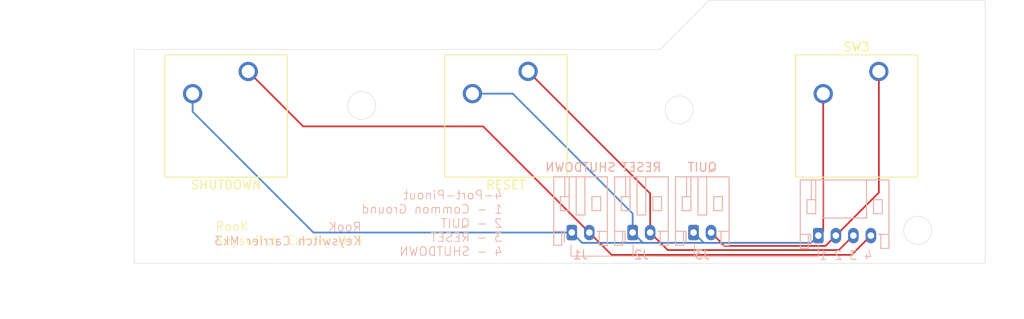
<source format=kicad_pcb>
(kicad_pcb (version 20240108) (generator "pcbnew") (generator_version "8.0")
  (layers (0 "F.Cu" signal) (31 "B.Cu" signal) (34 "B.Paste" user) (35 "F.Paste" user) (36 "B.SilkS" user "B.Silkscreen") (37 "F.SilkS" user "F.Silkscreen") (38 "B.Mask" user) (39 "F.Mask" user) (44 "Edge.Cuts" user))
  (net 0 "")
  (net 1 "Net-(J1-Pin_2)")
  (net 2 "Net-(J1-Pin_1)")
  (net 3 "Net-(J2-Pin_2)")
  (net 4 "Net-(J3-Pin_2)")
  (footprint "Button_Switch_Keyboard:SW_Cherry_MX_1.00u_PCB" (layer "F.Cu") (at 141.258833 66.598961)
    (property "Reference" "SW2" (hide yes))
    (property "Value" "RESET" (at -2.54 12.954 0) (layer "F.SilkS"))
    (fp_line (start -9.525 -1.905) (end 4.445 -1.905) (stroke (width 0.12)) (layer "F.SilkS"))
    (fp_line (start -9.525 12.065) (end -9.525 -1.905) (stroke (width 0.12)) (layer "F.SilkS"))
    (fp_line (start 4.445 -1.905) (end 4.445 12.065) (stroke (width 0.12)) (layer "F.SilkS"))
    (fp_line (start 4.445 12.065) (end -9.525 12.065) (stroke (width 0.12)) (layer "F.SilkS"))
    (pad "" np_thru_hole circle (at -7.62 5.08) (size 1.7 1.7) (drill 1.7) (layers "*.Cu" "*.Mask"))
    (pad "" np_thru_hole circle (at -2.54 5.08) (size 4 4) (drill 4) (layers "*.Cu" "*.Mask"))
    (pad "" np_thru_hole circle (at 2.54 5.08) (size 1.7 1.7) (drill 1.7) (layers "*.Cu" "*.Mask"))
    (pad "1" thru_hole circle (at 0 0) (size 2.2 2.2) (drill 1.5) (layers "*.Cu" "*.Mask") (net 3 "Net-(J2-Pin_2)"))
    (pad "2" thru_hole circle (at -6.35 2.54) (size 2.2 2.2) (drill 1.5) (layers "*.Cu" "*.Mask") (net 2 "Net-(J1-Pin_1)"))
  )
  (footprint "Button_Switch_Keyboard:SW_Cherry_MX_2.00u_PCB" (layer "F.Cu") (at 181.30883 66.60896)
    (property "Reference" "SW3" (at -2.54 -2.794 0) (layer "F.SilkS"))
    (property "Value" "QUIT")
    (fp_line (start -9.525 -1.905) (end 4.445 -1.905) (stroke (width 0.12)) (layer "F.SilkS"))
    (fp_line (start -9.525 12.065) (end -9.525 -1.905) (stroke (width 0.12)) (layer "F.SilkS"))
    (fp_line (start 4.445 -1.905) (end 4.445 12.065) (stroke (width 0.12)) (layer "F.SilkS"))
    (fp_line (start 4.445 12.065) (end -9.525 12.065) (stroke (width 0.12)) (layer "F.SilkS"))
    (pad "" np_thru_hole circle (at -14.44 -1.92) (size 3.05 3.05) (drill 3.05) (layers "*.Cu" "*.Mask"))
    (pad "" np_thru_hole circle (at -14.44 13.32) (size 4 4) (drill 4) (layers "*.Cu" "*.Mask"))
    (pad "" np_thru_hole circle (at -7.62 5.08) (size 1.7 1.7) (drill 1.7) (layers "*.Cu" "*.Mask"))
    (pad "" np_thru_hole circle (at -2.54 5.08) (size 4 4) (drill 4) (layers "*.Cu" "*.Mask"))
    (pad "" np_thru_hole circle (at 2.54 5.08) (size 1.7 1.7) (drill 1.7) (layers "*.Cu" "*.Mask"))
    (pad "" np_thru_hole circle (at 9.36 -1.92) (size 3.05 3.05) (drill 3.05) (layers "*.Cu" "*.Mask"))
    (pad "" np_thru_hole circle (at 9.36 13.32) (size 4 4) (drill 4) (layers "*.Cu" "*.Mask"))
    (pad "1" thru_hole circle (at 0 0) (size 2.2 2.2) (drill 1.5) (layers "*.Cu" "*.Mask") (net 4 "Net-(J3-Pin_2)"))
    (pad "2" thru_hole circle (at -6.35 2.54) (size 2.2 2.2) (drill 1.5) (layers "*.Cu" "*.Mask") (net 2 "Net-(J1-Pin_1)"))
  )
  (footprint "Button_Switch_Keyboard:SW_Cherry_MX_1.00u_PCB" (layer "F.Cu") (at 109.308834 66.60896)
    (property "Reference" "SW1" (hide yes))
    (property "Value" "SHUTDOWN" (at -2.54 12.954 0) (layer "F.SilkS"))
    (fp_line (start -9.525 -1.905) (end 4.445 -1.905) (stroke (width 0.12)) (layer "F.SilkS"))
    (fp_line (start -9.525 12.065) (end -9.525 -1.905) (stroke (width 0.12)) (layer "F.SilkS"))
    (fp_line (start 4.445 -1.905) (end 4.445 12.065) (stroke (width 0.12)) (layer "F.SilkS"))
    (fp_line (start 4.445 12.065) (end -9.525 12.065) (stroke (width 0.12)) (layer "F.SilkS"))
    (pad "" np_thru_hole circle (at -7.62 5.08) (size 1.7 1.7) (drill 1.7) (layers "*.Cu" "*.Mask"))
    (pad "" np_thru_hole circle (at -2.54 5.08) (size 4 4) (drill 4) (layers "*.Cu" "*.Mask"))
    (pad "" np_thru_hole circle (at 2.54 5.08) (size 1.7 1.7) (drill 1.7) (layers "*.Cu" "*.Mask"))
    (pad "1" thru_hole circle (at 0 0) (size 2.2 2.2) (drill 1.5) (layers "*.Cu" "*.Mask") (net 1 "Net-(J1-Pin_2)"))
    (pad "2" thru_hole circle (at -6.35 2.54) (size 2.2 2.2) (drill 1.5) (layers "*.Cu" "*.Mask") (net 2 "Net-(J1-Pin_1)"))
  )
  (footprint "Connector_JST:JST_PH_S4B-PH-K_1x04_P2.00mm_Horizontal" (layer "B.Cu") (at 174.4 85.35)
    (property "Reference" "J4" (hide yes))
    (property "Value" "Conn_01x04_Socket")
    (fp_line (start -2.06 -6.36) (end -2.06 1.46) (stroke (width 0.12)) (layer "B.SilkS"))
    (fp_line (start -2.06 1.46) (end -1.14 1.46) (stroke (width 0.12)) (layer "B.SilkS"))
    (fp_line (start -1.3 -4.1) (end -1.3 -2.5) (stroke (width 0.12)) (layer "B.SilkS"))
    (fp_line (start -1.3 -2.5) (end -0.3 -2.5) (stroke (width 0.12)) (layer "B.SilkS"))
    (fp_line (start -1.14 -0.14) (end -2.06 -0.14) (stroke (width 0.12)) (layer "B.SilkS"))
    (fp_line (start -1.14 -0.14) (end -0.86 -0.14) (stroke (width 0.12)) (layer "B.SilkS"))
    (fp_line (start -1.14 1.46) (end -1.14 -0.14) (stroke (width 0.12)) (layer "B.SilkS"))
    (fp_line (start -0.86 1.075) (end -0.86 -0.14) (stroke (width 0.12)) (layer "B.SilkS"))
    (fp_line (start -0.8 -6.36) (end -0.8 -4.1) (stroke (width 0.12)) (layer "B.SilkS"))
    (fp_line (start -0.3 -6.36) (end -0.3 -4.1) (stroke (width 0.12)) (layer "B.SilkS"))
    (fp_line (start -0.3 -4.1) (end -1.3 -4.1) (stroke (width 0.12)) (layer "B.SilkS"))
    (fp_line (start -0.3 -2.5) (end -0.3 -4.1) (stroke (width 0.12)) (layer "B.SilkS"))
    (fp_line (start 0.5 -2) (end 0.5 -6.36) (stroke (width 0.12)) (layer "B.SilkS"))
    (fp_line (start 5.5 -6.36) (end 5.5 -2) (stroke (width 0.12)) (layer "B.SilkS"))
    (fp_line (start 5.5 -2) (end 0.5 -2) (stroke (width 0.12)) (layer "B.SilkS"))
    (fp_line (start 6.3 -4.1) (end 7.3 -4.1) (stroke (width 0.12)) (layer "B.SilkS"))
    (fp_line (start 6.3 -2.5) (end 6.3 -4.1) (stroke (width 0.12)) (layer "B.SilkS"))
    (fp_line (start 6.86 -0.14) (end 7.14 -0.14) (stroke (width 0.12)) (layer "B.SilkS"))
    (fp_line (start 7.14 -0.14) (end 7.14 1.46) (stroke (width 0.12)) (layer "B.SilkS"))
    (fp_line (start 7.14 -0.14) (end 8.06 -0.14) (stroke (width 0.12)) (layer "B.SilkS"))
    (fp_line (start 7.14 1.46) (end 8.06 1.46) (stroke (width 0.12)) (layer "B.SilkS"))
    (fp_line (start 7.3 -4.1) (end 7.3 -2.5) (stroke (width 0.12)) (layer "B.SilkS"))
    (fp_line (start 7.3 -2.5) (end 6.3 -2.5) (stroke (width 0.12)) (layer "B.SilkS"))
    (fp_line (start 8.06 -6.36) (end -2.06 -6.36) (stroke (width 0.12)) (layer "B.SilkS"))
    (fp_line (start 8.06 1.46) (end 8.06 -6.36) (stroke (width 0.12)) (layer "B.SilkS"))
    (pad "1" thru_hole roundrect (at 0 0) (size 1.2 1.75) (drill 0.75) (layers "*.Cu" "*.Mask") (roundrect_rratio 0.208333) (net 2 "Net-(J1-Pin_1)"))
    (pad "2" thru_hole oval (at 2 0) (size 1.2 1.75) (drill 0.75) (layers "*.Cu" "*.Mask") (net 4 "Net-(J3-Pin_2)"))
    (pad "3" thru_hole oval (at 4 0) (size 1.2 1.75) (drill 0.75) (layers "*.Cu" "*.Mask") (net 3 "Net-(J2-Pin_2)"))
    (pad "4" thru_hole oval (at 6 0) (size 1.2 1.75) (drill 0.75) (layers "*.Cu" "*.Mask") (net 1 "Net-(J1-Pin_2)"))
  )
  (footprint "Connector_JST:JST_PH_S2B-PH-K_1x02_P2.00mm_Horizontal" (layer "B.Cu") (at 146.25 85)
    (property "Reference" "J1" (at 1 2.55 0) (layer "B.SilkS") (effects (justify mirror)))
    (property "Value" "SHUTDOWN" (at 1 -7.45 0) (layer "B.SilkS") (effects (justify mirror)))
    (fp_line (start -2.06 -6.36) (end -2.06 1.46) (stroke (width 0.12)) (layer "B.SilkS"))
    (fp_line (start -2.06 1.46) (end -1.14 1.46) (stroke (width 0.12)) (layer "B.SilkS"))
    (fp_line (start -1.3 -4.1) (end -1.3 -2.5) (stroke (width 0.12)) (layer "B.SilkS"))
    (fp_line (start -1.3 -2.5) (end -0.3 -2.5) (stroke (width 0.12)) (layer "B.SilkS"))
    (fp_line (start -1.14 -0.14) (end -2.06 -0.14) (stroke (width 0.12)) (layer "B.SilkS"))
    (fp_line (start -1.14 -0.14) (end -0.86 -0.14) (stroke (width 0.12)) (layer "B.SilkS"))
    (fp_line (start -1.14 1.46) (end -1.14 -0.14) (stroke (width 0.12)) (layer "B.SilkS"))
    (fp_line (start -0.86 1.075) (end -0.86 -0.14) (stroke (width 0.12)) (layer "B.SilkS"))
    (fp_line (start -0.8 -6.36) (end -0.8 -4.1) (stroke (width 0.12)) (layer "B.SilkS"))
    (fp_line (start -0.3 -6.36) (end -0.3 -4.1) (stroke (width 0.12)) (layer "B.SilkS"))
    (fp_line (start -0.3 -4.1) (end -1.3 -4.1) (stroke (width 0.12)) (layer "B.SilkS"))
    (fp_line (start -0.3 -2.5) (end -0.3 -4.1) (stroke (width 0.12)) (layer "B.SilkS"))
    (fp_line (start 0.5 -2) (end 0.5 -6.36) (stroke (width 0.12)) (layer "B.SilkS"))
    (fp_line (start 1.5 -6.36) (end 1.5 -2) (stroke (width 0.12)) (layer "B.SilkS"))
    (fp_line (start 1.5 -2) (end 0.5 -2) (stroke (width 0.12)) (layer "B.SilkS"))
    (fp_line (start 2.3 -4.1) (end 3.3 -4.1) (stroke (width 0.12)) (layer "B.SilkS"))
    (fp_line (start 2.3 -2.5) (end 2.3 -4.1) (stroke (width 0.12)) (layer "B.SilkS"))
    (fp_line (start 2.86 -0.14) (end 3.14 -0.14) (stroke (width 0.12)) (layer "B.SilkS"))
    (fp_line (start 3.14 -0.14) (end 3.14 1.46) (stroke (width 0.12)) (layer "B.SilkS"))
    (fp_line (start 3.14 -0.14) (end 4.06 -0.14) (stroke (width 0.12)) (layer "B.SilkS"))
    (fp_line (start 3.14 1.46) (end 4.06 1.46) (stroke (width 0.12)) (layer "B.SilkS"))
    (fp_line (start 3.3 -4.1) (end 3.3 -2.5) (stroke (width 0.12)) (layer "B.SilkS"))
    (fp_line (start 3.3 -2.5) (end 2.3 -2.5) (stroke (width 0.12)) (layer "B.SilkS"))
    (fp_line (start 4.06 -6.36) (end -2.06 -6.36) (stroke (width 0.12)) (layer "B.SilkS"))
    (fp_line (start 4.06 1.46) (end 4.06 -6.36) (stroke (width 0.12)) (layer "B.SilkS"))
    (pad "1" thru_hole roundrect (at 0 0) (size 1.2 1.75) (drill 0.75) (layers "*.Cu" "*.Mask") (roundrect_rratio 0.208333) (net 2 "Net-(J1-Pin_1)"))
    (pad "2" thru_hole oval (at 2 0) (size 1.2 1.75) (drill 0.75) (layers "*.Cu" "*.Mask") (net 1 "Net-(J1-Pin_2)"))
  )
  (footprint "Connector_JST:JST_PH_S2B-PH-K_1x02_P2.00mm_Horizontal" (layer "B.Cu") (at 153.2 85)
    (property "Reference" "J2" (at 1 2.55 0) (layer "B.SilkS") (effects (justify mirror)))
    (property "Value" "RESET" (at 1 -7.45 0) (layer "B.SilkS") (effects (justify mirror)))
    (fp_line (start -2.06 -6.36) (end -2.06 1.46) (stroke (width 0.12)) (layer "B.SilkS"))
    (fp_line (start -2.06 1.46) (end -1.14 1.46) (stroke (width 0.12)) (layer "B.SilkS"))
    (fp_line (start -1.3 -4.1) (end -1.3 -2.5) (stroke (width 0.12)) (layer "B.SilkS"))
    (fp_line (start -1.3 -2.5) (end -0.3 -2.5) (stroke (width 0.12)) (layer "B.SilkS"))
    (fp_line (start -1.14 -0.14) (end -2.06 -0.14) (stroke (width 0.12)) (layer "B.SilkS"))
    (fp_line (start -1.14 -0.14) (end -0.86 -0.14) (stroke (width 0.12)) (layer "B.SilkS"))
    (fp_line (start -1.14 1.46) (end -1.14 -0.14) (stroke (width 0.12)) (layer "B.SilkS"))
    (fp_line (start -0.86 1.075) (end -0.86 -0.14) (stroke (width 0.12)) (layer "B.SilkS"))
    (fp_line (start -0.8 -6.36) (end -0.8 -4.1) (stroke (width 0.12)) (layer "B.SilkS"))
    (fp_line (start -0.3 -6.36) (end -0.3 -4.1) (stroke (width 0.12)) (layer "B.SilkS"))
    (fp_line (start -0.3 -4.1) (end -1.3 -4.1) (stroke (width 0.12)) (layer "B.SilkS"))
    (fp_line (start -0.3 -2.5) (end -0.3 -4.1) (stroke (width 0.12)) (layer "B.SilkS"))
    (fp_line (start 0.5 -2) (end 0.5 -6.36) (stroke (width 0.12)) (layer "B.SilkS"))
    (fp_line (start 1.5 -6.36) (end 1.5 -2) (stroke (width 0.12)) (layer "B.SilkS"))
    (fp_line (start 1.5 -2) (end 0.5 -2) (stroke (width 0.12)) (layer "B.SilkS"))
    (fp_line (start 2.3 -4.1) (end 3.3 -4.1) (stroke (width 0.12)) (layer "B.SilkS"))
    (fp_line (start 2.3 -2.5) (end 2.3 -4.1) (stroke (width 0.12)) (layer "B.SilkS"))
    (fp_line (start 2.86 -0.14) (end 3.14 -0.14) (stroke (width 0.12)) (layer "B.SilkS"))
    (fp_line (start 3.14 -0.14) (end 3.14 1.46) (stroke (width 0.12)) (layer "B.SilkS"))
    (fp_line (start 3.14 -0.14) (end 4.06 -0.14) (stroke (width 0.12)) (layer "B.SilkS"))
    (fp_line (start 3.14 1.46) (end 4.06 1.46) (stroke (width 0.12)) (layer "B.SilkS"))
    (fp_line (start 3.3 -4.1) (end 3.3 -2.5) (stroke (width 0.12)) (layer "B.SilkS"))
    (fp_line (start 3.3 -2.5) (end 2.3 -2.5) (stroke (width 0.12)) (layer "B.SilkS"))
    (fp_line (start 4.06 -6.36) (end -2.06 -6.36) (stroke (width 0.12)) (layer "B.SilkS"))
    (fp_line (start 4.06 1.46) (end 4.06 -6.36) (stroke (width 0.12)) (layer "B.SilkS"))
    (pad "1" thru_hole roundrect (at 0 0) (size 1.2 1.75) (drill 0.75) (layers "*.Cu" "*.Mask") (roundrect_rratio 0.208333) (net 2 "Net-(J1-Pin_1)"))
    (pad "2" thru_hole oval (at 2 0) (size 1.2 1.75) (drill 0.75) (layers "*.Cu" "*.Mask") (net 3 "Net-(J2-Pin_2)"))
  )
  (footprint "Connector_JST:JST_PH_S2B-PH-K_1x02_P2.00mm_Horizontal" (layer "B.Cu") (at 160.15 85)
    (property "Reference" "J3" (at 1 2.55 0) (layer "B.SilkS") (effects (justify mirror)))
    (property "Value" "QUIT" (at 1 -7.45 0) (layer "B.SilkS") (effects (justify mirror)))
    (fp_line (start -2.06 -6.36) (end -2.06 1.46) (stroke (width 0.12)) (layer "B.SilkS"))
    (fp_line (start -2.06 1.46) (end -1.14 1.46) (stroke (width 0.12)) (layer "B.SilkS"))
    (fp_line (start -1.3 -4.1) (end -1.3 -2.5) (stroke (width 0.12)) (layer "B.SilkS"))
    (fp_line (start -1.3 -2.5) (end -0.3 -2.5) (stroke (width 0.12)) (layer "B.SilkS"))
    (fp_line (start -1.14 -0.14) (end -2.06 -0.14) (stroke (width 0.12)) (layer "B.SilkS"))
    (fp_line (start -1.14 -0.14) (end -0.86 -0.14) (stroke (width 0.12)) (layer "B.SilkS"))
    (fp_line (start -1.14 1.46) (end -1.14 -0.14) (stroke (width 0.12)) (layer "B.SilkS"))
    (fp_line (start -0.86 1.075) (end -0.86 -0.14) (stroke (width 0.12)) (layer "B.SilkS"))
    (fp_line (start -0.8 -6.36) (end -0.8 -4.1) (stroke (width 0.12)) (layer "B.SilkS"))
    (fp_line (start -0.3 -6.36) (end -0.3 -4.1) (stroke (width 0.12)) (layer "B.SilkS"))
    (fp_line (start -0.3 -4.1) (end -1.3 -4.1) (stroke (width 0.12)) (layer "B.SilkS"))
    (fp_line (start -0.3 -2.5) (end -0.3 -4.1) (stroke (width 0.12)) (layer "B.SilkS"))
    (fp_line (start 0.5 -2) (end 0.5 -6.36) (stroke (width 0.12)) (layer "B.SilkS"))
    (fp_line (start 1.5 -6.36) (end 1.5 -2) (stroke (width 0.12)) (layer "B.SilkS"))
    (fp_line (start 1.5 -2) (end 0.5 -2) (stroke (width 0.12)) (layer "B.SilkS"))
    (fp_line (start 2.3 -4.1) (end 3.3 -4.1) (stroke (width 0.12)) (layer "B.SilkS"))
    (fp_line (start 2.3 -2.5) (end 2.3 -4.1) (stroke (width 0.12)) (layer "B.SilkS"))
    (fp_line (start 2.86 -0.14) (end 3.14 -0.14) (stroke (width 0.12)) (layer "B.SilkS"))
    (fp_line (start 3.14 -0.14) (end 3.14 1.46) (stroke (width 0.12)) (layer "B.SilkS"))
    (fp_line (start 3.14 -0.14) (end 4.06 -0.14) (stroke (width 0.12)) (layer "B.SilkS"))
    (fp_line (start 3.14 1.46) (end 4.06 1.46) (stroke (width 0.12)) (layer "B.SilkS"))
    (fp_line (start 3.3 -4.1) (end 3.3 -2.5) (stroke (width 0.12)) (layer "B.SilkS"))
    (fp_line (start 3.3 -2.5) (end 2.3 -2.5) (stroke (width 0.12)) (layer "B.SilkS"))
    (fp_line (start 4.06 -6.36) (end -2.06 -6.36) (stroke (width 0.12)) (layer "B.SilkS"))
    (fp_line (start 4.06 1.46) (end 4.06 -6.36) (stroke (width 0.12)) (layer "B.SilkS"))
    (pad "1" thru_hole roundrect (at 0 0) (size 1.2 1.75) (drill 0.75) (layers "*.Cu" "*.Mask") (roundrect_rratio 0.208333) (net 2 "Net-(J1-Pin_1)"))
    (pad "2" thru_hole oval (at 2 0) (size 1.2 1.75) (drill 0.75) (layers "*.Cu" "*.Mask") (net 4 "Net-(J3-Pin_2)"))
  )
  (gr_line (start 146.15 87.675) (end 146.15 86.425) (stroke (width 0.1)) (layer "B.SilkS"))
  (gr_line (start 160.35 87.74994) (end 153.25 87.7) (stroke (width 0.1)) (layer "B.SilkS"))
  (gr_line (start 174.4 87.75) (end 160.35 87.74994) (stroke (width 0.1)) (layer "B.SilkS"))
  (gr_line (start 153.25 87.7) (end 146.15 87.7) (stroke (width 0.1)) (layer "B.SilkS"))
  (gr_line (start 160.25 87.75) (end 160.25 86.25) (stroke (width 0.1)) (layer "B.SilkS"))
  (gr_line (start 174.4 86.45) (end 174.4 87.75) (stroke (width 0.1)) (layer "B.SilkS"))
  (gr_line (start 153.25 87.7) (end 153.25 86.3) (stroke (width 0.1)) (layer "B.SilkS"))
  (gr_line (start 96.3 64.1) (end 156.3 64.1) (stroke (width 0.05)) (layer "Edge.Cuts"))
  (gr_circle (center 122.25 70.5) (end 123.25 71.75) (stroke (width 0.05)) (fill none) (layer "Edge.Cuts"))
  (gr_line (start 156.3 64.1) (end 161.921492 58.5) (stroke (width 0.05)) (layer "Edge.Cuts"))
  (gr_circle (center 185.75 84.75) (end 186.75 86) (stroke (width 0.05)) (fill none) (layer "Edge.Cuts"))
  (gr_line (start 96.3 88.5) (end 96.3 64.1) (stroke (width 0.05)) (layer "Edge.Cuts"))
  (gr_circle (center 158.5 71) (end 159.5 72.25) (stroke (width 0.05)) (fill none) (layer "Edge.Cuts"))
  (gr_line (start 193.45 58.5) (end 161.921492 58.5) (stroke (width 0.05)) (layer "Edge.Cuts"))
  (gr_line (start 193.45 88.5) (end 96.3 88.5) (stroke (width 0.05)) (layer "Edge.Cuts"))
  (gr_line (start 193.45 88.5) (end 193.45 58.5) (stroke (width 0.05)) (layer "Edge.Cuts"))
  (gr_text "4 3 2 1" (at 180.65 88.2 0) (layer "B.SilkS") (effects (font (size 1 1) (thickness 0.1)) (justify left bottom mirror)))
  (gr_text "RooK\nKeyswitch Carrier Mk3" (at 122.3 86.55 0) (layer "B.SilkS") (effects (font (size 1 1) (thickness 0.1)) (justify left bottom mirror)))
  (gr_text "4-Port-Pinout\n1 - Common Ground\n2 - QUIT\n3 - RESET\n4 - SHUTDOWN" (at 138.4 87.75 0) (layer "B.SilkS") (effects (font (size 1 1) (thickness 0.1)) (justify left bottom mirror)))
  (gr_text "RooK\nKeyswitch Carrier Mk3" (at 105.5 86.5 0) (layer "F.SilkS") (effects (font (size 1 1) (thickness 0.1)) (justify left bottom)))
  (segment (start 150.8 87.55) (end 148.25 85) (width 0.2) (layer "F.Cu") (net 1))
  (segment (start 136.128961 72.878961) (end 115.578835 72.878961) (width 0.2) (layer "F.Cu") (net 1))
  (segment (start 148.25 85) (end 136.128961 72.878961) (width 0.2) (layer "F.Cu") (net 1))
  (segment (start 178.2 87.55) (end 150.8 87.55) (width 0.2) (layer "F.Cu") (net 1))
  (segment (start 115.578835 72.878961) (end 109.308834 66.60896) (width 0.2) (layer "F.Cu") (net 1))
  (segment (start 180.4 85.35) (end 178.2 87.55) (width 0.2) (layer "F.Cu") (net 1))
  (segment (start 174.95883 84.79117) (end 174.4 85.35) (width 0.2) (layer "F.Cu") (net 2))
  (segment (start 174.95883 69.14896) (end 174.95883 84.79117) (width 0.2) (layer "F.Cu") (net 2))
  (segment (start 116.756472 85) (end 102.958834 71.202362) (width 0.2) (layer "B.Cu") (net 2))
  (segment (start 173.575 86.175) (end 161.325 86.175) (width 0.2) (layer "B.Cu") (net 2))
  (segment (start 161.325 86.175) (end 154.375 86.175) (width 0.2) (layer "B.Cu") (net 2))
  (segment (start 174.4 85.35) (end 173.575 86.175) (width 0.2) (layer "B.Cu") (net 2))
  (segment (start 154.375 86.175) (end 147.425 86.175) (width 0.2) (layer "B.Cu") (net 2))
  (segment (start 153.2 85) (end 153.2 82.836726) (width 0.2) (layer "B.Cu") (net 2))
  (segment (start 154.375 86.175) (end 153.2 85) (width 0.2) (layer "B.Cu") (net 2))
  (segment (start 102.958834 71.202362) (end 102.958834 69.14896) (width 0.2) (layer "B.Cu") (net 2))
  (segment (start 153.2 82.836726) (end 139.502235 69.138961) (width 0.2) (layer "B.Cu") (net 2))
  (segment (start 161.325 86.175) (end 160.15 85) (width 0.2) (layer "B.Cu") (net 2))
  (segment (start 146.25 85) (end 116.756472 85) (width 0.2) (layer "B.Cu") (net 2))
  (segment (start 147.425 86.175) (end 146.25 85) (width 0.2) (layer "B.Cu") (net 2))
  (segment (start 139.502235 69.138961) (end 134.908833 69.138961) (width 0.2) (layer "B.Cu") (net 2))
  (segment (start 141.258833 66.598961) (end 141.698961 66.598961) (width 0.2) (layer "F.Cu") (net 3))
  (segment (start 155.2 80.540128) (end 141.258833 66.598961) (width 0.2) (layer "F.Cu") (net 3))
  (segment (start 178.4 85.35) (end 176.75 87) (width 0.2) (layer "F.Cu") (net 3))
  (segment (start 176.75 87) (end 157.2 87) (width 0.2) (layer "F.Cu") (net 3))
  (segment (start 157.2 87) (end 155.2 85) (width 0.2) (layer "F.Cu") (net 3))
  (segment (start 155.2 85) (end 155.2 80.540128) (width 0.2) (layer "F.Cu") (net 3))
  (segment (start 163.675 86.525) (end 162.15 85) (width 0.2) (layer "F.Cu") (net 4))
  (segment (start 181.30883 80.44117) (end 176.4 85.35) (width 0.2) (layer "F.Cu") (net 4))
  (segment (start 181.30883 66.60896) (end 181.30883 80.44117) (width 0.2) (layer "F.Cu") (net 4))
  (segment (start 175.225 86.525) (end 163.675 86.525) (width 0.2) (layer "F.Cu") (net 4))
  (segment (start 176.4 85.35) (end 175.225 86.525) (width 0.2) (layer "F.Cu") (net 4))
)
</source>
